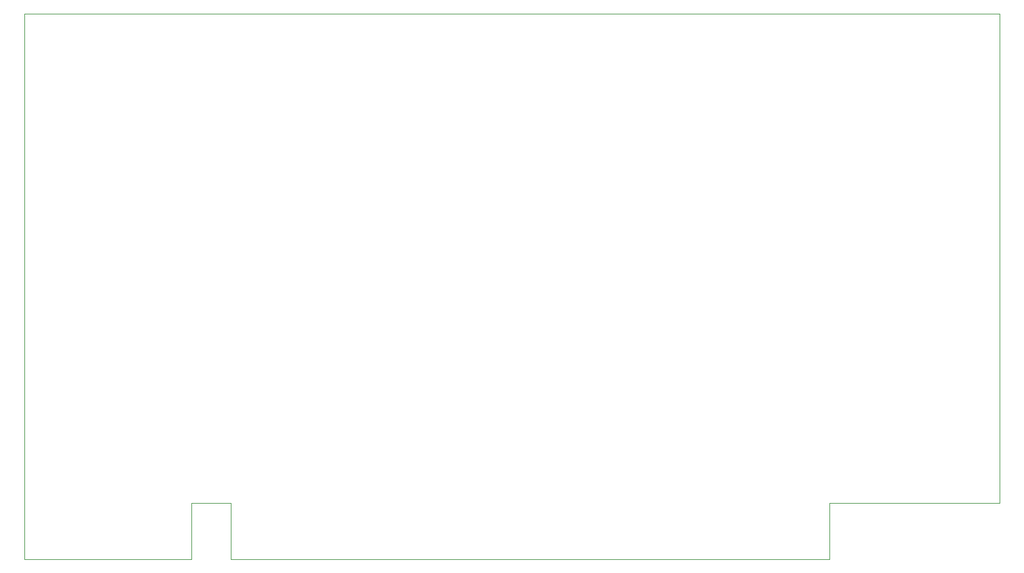
<source format=gbr>
G04 #@! TF.GenerationSoftware,KiCad,Pcbnew,(5.1.8)-1*
G04 #@! TF.CreationDate,2022-07-22T12:19:48-06:00*
G04 #@! TF.ProjectId,8088,38303838-2e6b-4696-9361-645f70636258,rev?*
G04 #@! TF.SameCoordinates,Original*
G04 #@! TF.FileFunction,Profile,NP*
%FSLAX46Y46*%
G04 Gerber Fmt 4.6, Leading zero omitted, Abs format (unit mm)*
G04 Created by KiCad (PCBNEW (5.1.8)-1) date 2022-07-22 12:19:48*
%MOMM*%
%LPD*%
G01*
G04 APERTURE LIST*
G04 #@! TA.AperFunction,Profile*
%ADD10C,0.050000*%
G04 #@! TD*
G04 APERTURE END LIST*
D10*
X82923380Y-133578600D02*
X82923380Y-125958600D01*
X186936380Y-59664600D02*
X54983380Y-59664600D01*
X77589380Y-125958600D02*
X82923380Y-125958600D01*
X77589380Y-133578600D02*
X77589380Y-125958600D01*
X54983380Y-133578600D02*
X77589380Y-133578600D01*
X54983380Y-125958600D02*
X54983380Y-133578600D01*
X54983380Y-125958600D02*
X54983380Y-59664600D01*
X163949380Y-133578600D02*
X82923380Y-133578600D01*
X163949380Y-125958600D02*
X163949380Y-133578600D01*
X186936380Y-125958600D02*
X186936380Y-59664600D01*
X163949380Y-125958600D02*
X186936380Y-125958600D01*
M02*

</source>
